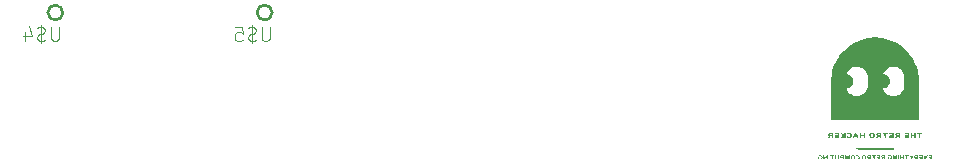
<source format=gbr>
%TF.GenerationSoftware,KiCad,Pcbnew,(6.0.5)*%
%TF.CreationDate,2022-11-15T11:28:17-03:00*%
%TF.ProjectId,MSX OPL4 Wozblaster,4d535820-4f50-44c3-9420-576f7a626c61,rev?*%
%TF.SameCoordinates,Original*%
%TF.FileFunction,Legend,Bot*%
%TF.FilePolarity,Positive*%
%FSLAX46Y46*%
G04 Gerber Fmt 4.6, Leading zero omitted, Abs format (unit mm)*
G04 Created by KiCad (PCBNEW (6.0.5)) date 2022-11-15 11:28:17*
%MOMM*%
%LPD*%
G01*
G04 APERTURE LIST*
%ADD10C,0.101600*%
%ADD11C,0.254000*%
G04 APERTURE END LIST*
D10*
%TO.C,U$4*%
X121455769Y-74145961D02*
X121455769Y-75091809D01*
X121400131Y-75203085D01*
X121344493Y-75258723D01*
X121233217Y-75314361D01*
X121010664Y-75314361D01*
X120899388Y-75258723D01*
X120843750Y-75203085D01*
X120788112Y-75091809D01*
X120788112Y-74145961D01*
X120287369Y-75258723D02*
X120120455Y-75314361D01*
X119842264Y-75314361D01*
X119730988Y-75258723D01*
X119675350Y-75203085D01*
X119619712Y-75091809D01*
X119619712Y-74980533D01*
X119675350Y-74869257D01*
X119730988Y-74813619D01*
X119842264Y-74757980D01*
X120064817Y-74702342D01*
X120176093Y-74646704D01*
X120231731Y-74591066D01*
X120287369Y-74479790D01*
X120287369Y-74368514D01*
X120231731Y-74257238D01*
X120176093Y-74201600D01*
X120064817Y-74145961D01*
X119786626Y-74145961D01*
X119619712Y-74201600D01*
X119953540Y-73979047D02*
X119953540Y-75481276D01*
X118618226Y-74535428D02*
X118618226Y-75314361D01*
X118896417Y-74090323D02*
X119174607Y-74924895D01*
X118451312Y-74924895D01*
%TO.C,U$5*%
X139305769Y-74145961D02*
X139305769Y-75091809D01*
X139250131Y-75203085D01*
X139194493Y-75258723D01*
X139083217Y-75314361D01*
X138860664Y-75314361D01*
X138749388Y-75258723D01*
X138693750Y-75203085D01*
X138638112Y-75091809D01*
X138638112Y-74145961D01*
X138137369Y-75258723D02*
X137970455Y-75314361D01*
X137692264Y-75314361D01*
X137580988Y-75258723D01*
X137525350Y-75203085D01*
X137469712Y-75091809D01*
X137469712Y-74980533D01*
X137525350Y-74869257D01*
X137580988Y-74813619D01*
X137692264Y-74757980D01*
X137914817Y-74702342D01*
X138026093Y-74646704D01*
X138081731Y-74591066D01*
X138137369Y-74479790D01*
X138137369Y-74368514D01*
X138081731Y-74257238D01*
X138026093Y-74201600D01*
X137914817Y-74145961D01*
X137636626Y-74145961D01*
X137469712Y-74201600D01*
X137803540Y-73979047D02*
X137803540Y-75481276D01*
X136412588Y-74145961D02*
X136968969Y-74145961D01*
X137024607Y-74702342D01*
X136968969Y-74646704D01*
X136857693Y-74591066D01*
X136579502Y-74591066D01*
X136468226Y-74646704D01*
X136412588Y-74702342D01*
X136356950Y-74813619D01*
X136356950Y-75091809D01*
X136412588Y-75203085D01*
X136468226Y-75258723D01*
X136579502Y-75314361D01*
X136857693Y-75314361D01*
X136968969Y-75258723D01*
X137024607Y-75203085D01*
%TO.C,GTRH*%
G36*
X191834050Y-85012449D02*
G01*
X191882417Y-85019404D01*
X191917838Y-85029881D01*
X191936800Y-85040569D01*
X191971005Y-85075711D01*
X191992257Y-85124483D01*
X191999561Y-85185000D01*
X191998120Y-85213039D01*
X191984537Y-85268604D01*
X191957445Y-85311592D01*
X191917838Y-85340118D01*
X191912099Y-85342468D01*
X191874583Y-85351906D01*
X191825187Y-85358116D01*
X191770464Y-85360734D01*
X191716968Y-85359400D01*
X191671250Y-85353750D01*
X191640000Y-85347500D01*
X191640000Y-85190000D01*
X191718905Y-85190000D01*
X191721953Y-85237500D01*
X191723213Y-85254178D01*
X191727293Y-85275157D01*
X191736487Y-85284657D01*
X191754412Y-85288348D01*
X191785391Y-85289433D01*
X191828141Y-85284613D01*
X191865688Y-85274041D01*
X191890721Y-85259279D01*
X191896352Y-85251657D01*
X191906254Y-85222946D01*
X191910480Y-85186083D01*
X191908511Y-85149014D01*
X191899830Y-85119682D01*
X191896188Y-85114309D01*
X191871597Y-85097684D01*
X191832924Y-85087168D01*
X191784219Y-85083174D01*
X191729534Y-85086118D01*
X191672918Y-85096416D01*
X191669490Y-85097238D01*
X191656526Y-85097627D01*
X191651098Y-85087581D01*
X191650000Y-85062334D01*
X191650019Y-85057452D01*
X191652150Y-85033729D01*
X191661039Y-85022237D01*
X191681250Y-85016250D01*
X191725697Y-85010676D01*
X191779541Y-85009409D01*
X191834050Y-85012449D01*
G37*
G36*
X189834570Y-85210169D02*
G01*
X189829309Y-85258858D01*
X189816400Y-85294247D01*
X189793755Y-85320677D01*
X189759290Y-85342484D01*
X189723283Y-85354177D01*
X189673763Y-85360223D01*
X189619986Y-85359797D01*
X189569473Y-85352984D01*
X189529748Y-85339871D01*
X189508714Y-85327668D01*
X189479342Y-85300359D01*
X189461748Y-85263721D01*
X189452973Y-85212857D01*
X189451436Y-85187198D01*
X189451949Y-85180657D01*
X189540000Y-85180657D01*
X189541041Y-85209377D01*
X189548205Y-85243229D01*
X189564176Y-85264932D01*
X189591282Y-85278948D01*
X189612137Y-85284520D01*
X189654232Y-85287463D01*
X189693880Y-85281083D01*
X189725498Y-85266616D01*
X189743504Y-85245294D01*
X189744627Y-85241981D01*
X189749073Y-85213594D01*
X189749580Y-85177691D01*
X189746413Y-85143361D01*
X189739837Y-85119695D01*
X189721878Y-85102749D01*
X189690329Y-85089484D01*
X189652528Y-85082664D01*
X189615407Y-85084263D01*
X189595570Y-85089155D01*
X189563294Y-85106965D01*
X189545473Y-85136568D01*
X189540000Y-85180657D01*
X189451949Y-85180657D01*
X189456221Y-85126181D01*
X189474600Y-85078496D01*
X189507008Y-85042770D01*
X189517787Y-85034895D01*
X189536765Y-85024156D01*
X189558706Y-85017680D01*
X189589291Y-85014095D01*
X189634196Y-85012028D01*
X189657689Y-85011569D01*
X189713210Y-85014509D01*
X189755070Y-85024833D01*
X189787389Y-85043940D01*
X189814290Y-85073233D01*
X189823632Y-85088487D01*
X189830635Y-85109985D01*
X189834081Y-85140301D01*
X189834850Y-85177691D01*
X189835000Y-85185000D01*
X189834570Y-85210169D01*
G37*
G36*
X189096615Y-85011319D02*
G01*
X189155706Y-85021032D01*
X189199138Y-85041894D01*
X189228363Y-85075267D01*
X189244833Y-85122515D01*
X189250000Y-85185000D01*
X189246831Y-85237359D01*
X189234310Y-85284142D01*
X189211052Y-85317797D01*
X189175759Y-85341048D01*
X189158551Y-85347175D01*
X189114783Y-85355735D01*
X189062464Y-85359971D01*
X189008864Y-85359453D01*
X188961250Y-85353750D01*
X188959474Y-85353389D01*
X188939902Y-85347066D01*
X188931676Y-85334559D01*
X188930000Y-85309000D01*
X188930053Y-85297541D01*
X188932271Y-85279100D01*
X188941434Y-85274078D01*
X188962500Y-85277700D01*
X188981409Y-85280667D01*
X189017797Y-85283739D01*
X189057223Y-85284950D01*
X189079106Y-85284400D01*
X189119765Y-85277489D01*
X189145483Y-85260534D01*
X189159123Y-85230864D01*
X189163550Y-85185807D01*
X189163162Y-85164161D01*
X189155860Y-85125809D01*
X189137509Y-85101487D01*
X189105499Y-85088724D01*
X189057223Y-85085049D01*
X189028735Y-85085710D01*
X188990535Y-85088346D01*
X188962500Y-85092299D01*
X188952818Y-85094381D01*
X188936836Y-85095296D01*
X188930883Y-85085760D01*
X188930000Y-85061000D01*
X188930004Y-85058811D01*
X188931960Y-85034306D01*
X188940776Y-85022409D01*
X188961250Y-85016250D01*
X188985591Y-85013230D01*
X189022862Y-85010993D01*
X189063750Y-85010219D01*
X189096615Y-85011319D01*
G37*
G36*
X188866811Y-85237690D02*
G01*
X188854609Y-85282630D01*
X188831755Y-85315405D01*
X188796660Y-85339363D01*
X188773654Y-85348879D01*
X188733976Y-85357430D01*
X188682179Y-85359992D01*
X188649557Y-85359075D01*
X188595694Y-85351104D01*
X188553961Y-85333728D01*
X188520000Y-85305483D01*
X188510437Y-85294221D01*
X188502121Y-85279339D01*
X188497471Y-85259521D01*
X188495445Y-85229747D01*
X188495000Y-85185000D01*
X188575000Y-85185000D01*
X188576353Y-85215862D01*
X188582882Y-85241935D01*
X188596666Y-85261109D01*
X188621207Y-85276911D01*
X188666666Y-85286810D01*
X188688755Y-85287538D01*
X188734599Y-85279078D01*
X188766626Y-85256463D01*
X188784158Y-85220345D01*
X188786517Y-85171379D01*
X188778076Y-85131862D01*
X188759161Y-85104386D01*
X188727357Y-85089486D01*
X188680000Y-85085000D01*
X188664620Y-85085313D01*
X188621685Y-85092038D01*
X188594093Y-85109316D01*
X188579360Y-85139515D01*
X188575000Y-85185000D01*
X188495000Y-85185000D01*
X188495241Y-85149014D01*
X188496812Y-85116248D01*
X188500768Y-85094589D01*
X188508150Y-85079018D01*
X188520000Y-85064516D01*
X188535400Y-85049687D01*
X188572749Y-85026661D01*
X188620008Y-85013920D01*
X188681522Y-85010000D01*
X188712494Y-85010909D01*
X188772667Y-85020484D01*
X188817203Y-85041472D01*
X188847403Y-85075082D01*
X188864568Y-85122521D01*
X188868816Y-85171379D01*
X188870000Y-85185000D01*
X188866811Y-85237690D01*
G37*
G36*
X187251640Y-85134669D02*
G01*
X187252077Y-85148692D01*
X187254903Y-85202622D01*
X187260403Y-85240138D01*
X187270433Y-85264186D01*
X187286846Y-85277714D01*
X187311497Y-85283669D01*
X187346241Y-85285000D01*
X187348237Y-85284996D01*
X187383347Y-85282897D01*
X187408267Y-85274997D01*
X187424696Y-85258473D01*
X187434330Y-85230497D01*
X187438866Y-85188245D01*
X187440000Y-85128892D01*
X187440000Y-85020000D01*
X187521550Y-85020000D01*
X187518275Y-85153982D01*
X187517811Y-85171592D01*
X187515324Y-85228169D01*
X187510743Y-85269117D01*
X187502743Y-85297903D01*
X187490002Y-85317996D01*
X187471196Y-85332863D01*
X187445000Y-85345974D01*
X187417018Y-85353752D01*
X187373299Y-85358476D01*
X187324797Y-85358682D01*
X187279375Y-85354386D01*
X187244898Y-85345601D01*
X187227168Y-85337061D01*
X187203527Y-85318921D01*
X187187153Y-85293542D01*
X187176887Y-85257776D01*
X187171568Y-85208478D01*
X187170038Y-85142500D01*
X187170000Y-85020000D01*
X187248279Y-85020000D01*
X187251640Y-85134669D01*
G37*
G36*
X185954050Y-85012449D02*
G01*
X186002417Y-85019404D01*
X186037838Y-85029881D01*
X186056800Y-85040569D01*
X186091005Y-85075711D01*
X186112257Y-85124483D01*
X186119561Y-85185000D01*
X186118120Y-85213039D01*
X186104537Y-85268604D01*
X186077445Y-85311592D01*
X186037838Y-85340118D01*
X186032099Y-85342468D01*
X185994583Y-85351906D01*
X185945187Y-85358116D01*
X185890464Y-85360734D01*
X185836968Y-85359400D01*
X185791250Y-85353750D01*
X185760000Y-85347500D01*
X185760000Y-85190000D01*
X185838905Y-85190000D01*
X185841953Y-85237500D01*
X185843213Y-85254178D01*
X185847293Y-85275157D01*
X185856487Y-85284657D01*
X185874412Y-85288348D01*
X185905391Y-85289433D01*
X185948141Y-85284613D01*
X185985688Y-85274041D01*
X186010721Y-85259279D01*
X186016352Y-85251657D01*
X186026254Y-85222946D01*
X186030480Y-85186083D01*
X186028511Y-85149014D01*
X186019830Y-85119682D01*
X186016188Y-85114309D01*
X185991597Y-85097684D01*
X185952924Y-85087168D01*
X185904219Y-85083174D01*
X185849534Y-85086118D01*
X185792918Y-85096416D01*
X185789490Y-85097238D01*
X185776526Y-85097627D01*
X185771098Y-85087581D01*
X185770000Y-85062334D01*
X185770019Y-85057452D01*
X185772150Y-85033729D01*
X185781039Y-85022237D01*
X185801250Y-85016250D01*
X185845697Y-85010676D01*
X185899541Y-85009409D01*
X185954050Y-85012449D01*
G37*
G36*
X195400000Y-85350000D02*
G01*
X195090000Y-85350000D01*
X195090000Y-85280655D01*
X195202500Y-85277827D01*
X195315000Y-85275000D01*
X195315000Y-85249568D01*
X195314089Y-85237722D01*
X195308783Y-85230297D01*
X195295183Y-85226048D01*
X195269388Y-85223733D01*
X195227500Y-85222110D01*
X195140000Y-85219221D01*
X195140000Y-85150778D01*
X195227500Y-85147889D01*
X195229011Y-85147839D01*
X195270365Y-85146213D01*
X195295742Y-85143859D01*
X195309041Y-85139534D01*
X195314160Y-85131995D01*
X195315000Y-85120000D01*
X195315000Y-85095000D01*
X195090000Y-85089344D01*
X195090000Y-85020000D01*
X195400000Y-85020000D01*
X195400000Y-85350000D01*
G37*
G36*
X194780513Y-85144344D02*
G01*
X194786232Y-85157527D01*
X194805680Y-85200736D01*
X194822258Y-85235163D01*
X194834362Y-85257581D01*
X194840387Y-85264761D01*
X194841015Y-85264125D01*
X194848537Y-85250855D01*
X194861973Y-85223452D01*
X194879631Y-85185459D01*
X194899817Y-85140416D01*
X194952892Y-85020000D01*
X194991446Y-85020000D01*
X194999096Y-85020149D01*
X195021192Y-85022729D01*
X195030151Y-85027500D01*
X195027494Y-85035376D01*
X195017654Y-85059011D01*
X195001840Y-85095143D01*
X194981412Y-85140672D01*
X194957730Y-85192500D01*
X194885159Y-85350000D01*
X194793541Y-85350000D01*
X194721771Y-85194703D01*
X194703163Y-85154107D01*
X194681977Y-85106958D01*
X194665133Y-85068390D01*
X194654014Y-85041580D01*
X194650000Y-85029703D01*
X194650766Y-85027779D01*
X194664010Y-85022230D01*
X194688498Y-85020000D01*
X194726995Y-85020000D01*
X194780513Y-85144344D01*
G37*
G36*
X194590000Y-85350000D02*
G01*
X194270000Y-85350000D01*
X194270000Y-85280655D01*
X194382500Y-85277827D01*
X194495000Y-85275000D01*
X194495000Y-85249568D01*
X194494089Y-85237722D01*
X194488783Y-85230297D01*
X194475183Y-85226048D01*
X194449388Y-85223733D01*
X194407500Y-85222110D01*
X194320000Y-85219221D01*
X194320000Y-85150778D01*
X194407500Y-85147889D01*
X194409011Y-85147839D01*
X194450365Y-85146213D01*
X194475742Y-85143859D01*
X194489041Y-85139534D01*
X194494160Y-85131995D01*
X194495000Y-85120000D01*
X194495000Y-85095000D01*
X194270000Y-85089344D01*
X194270000Y-85020000D01*
X194590000Y-85020000D01*
X194590000Y-85350000D01*
G37*
G36*
X194210000Y-85186166D02*
G01*
X194210000Y-85350000D01*
X194120000Y-85350000D01*
X194120000Y-85240000D01*
X194069876Y-85240000D01*
X194057608Y-85240046D01*
X194034673Y-85241823D01*
X194018806Y-85249027D01*
X194004080Y-85265479D01*
X193984569Y-85295000D01*
X193982472Y-85298272D01*
X193963104Y-85326771D01*
X193948069Y-85342284D01*
X193932041Y-85348723D01*
X193909693Y-85350000D01*
X193907200Y-85349989D01*
X193881623Y-85347216D01*
X193871483Y-85337707D01*
X193876152Y-85318805D01*
X193895000Y-85287851D01*
X193911939Y-85261740D01*
X193918219Y-85244815D01*
X193913737Y-85231052D01*
X193898842Y-85213767D01*
X193884037Y-85189391D01*
X193873603Y-85150311D01*
X193872349Y-85121520D01*
X193959634Y-85121520D01*
X193965762Y-85144261D01*
X193985651Y-85160247D01*
X194012078Y-85166140D01*
X194047766Y-85168901D01*
X194082713Y-85168060D01*
X194107500Y-85163377D01*
X194110066Y-85161898D01*
X194118307Y-85145981D01*
X194119819Y-85122114D01*
X194114984Y-85099182D01*
X194104183Y-85086069D01*
X194100822Y-85084941D01*
X194072771Y-85080743D01*
X194037082Y-85080455D01*
X194002893Y-85083762D01*
X193979343Y-85090351D01*
X193967950Y-85099574D01*
X193959634Y-85121520D01*
X193872349Y-85121520D01*
X193871759Y-85107982D01*
X193879641Y-85070867D01*
X193891659Y-85050062D01*
X193914379Y-85031132D01*
X193948412Y-85018784D01*
X193996531Y-85012095D01*
X194061512Y-85010136D01*
X194111483Y-85009885D01*
X194151387Y-85010561D01*
X194178856Y-85014873D01*
X194196187Y-85025540D01*
X194205672Y-85045283D01*
X194209606Y-85076822D01*
X194210273Y-85122114D01*
X194210284Y-85122876D01*
X194210000Y-85186166D01*
G37*
G36*
X193533640Y-85020240D02*
G01*
X193550791Y-85023266D01*
X193564833Y-85032678D01*
X193580238Y-85052062D01*
X193601480Y-85085000D01*
X193605702Y-85091678D01*
X193625394Y-85121306D01*
X193640817Y-85142133D01*
X193648933Y-85150000D01*
X193649770Y-85149694D01*
X193659388Y-85138975D01*
X193675571Y-85116017D01*
X193695316Y-85085023D01*
X193709743Y-85061676D01*
X193726145Y-85038055D01*
X193739866Y-85025644D01*
X193755464Y-85020835D01*
X193777500Y-85020023D01*
X193788535Y-85020379D01*
X193811077Y-85024131D01*
X193820000Y-85030700D01*
X193815727Y-85040636D01*
X193801956Y-85063963D01*
X193780937Y-85096537D01*
X193755000Y-85134631D01*
X193737223Y-85160262D01*
X193714878Y-85193943D01*
X193700988Y-85218892D01*
X193693547Y-85239868D01*
X193690553Y-85261628D01*
X193690000Y-85288930D01*
X193690000Y-85350000D01*
X193610000Y-85350000D01*
X193610000Y-85292423D01*
X193609871Y-85278833D01*
X193608086Y-85255670D01*
X193602650Y-85234597D01*
X193591619Y-85210986D01*
X193573050Y-85180211D01*
X193545000Y-85137646D01*
X193520813Y-85100738D01*
X193499626Y-85066873D01*
X193485279Y-85042139D01*
X193480000Y-85030222D01*
X193481086Y-85027870D01*
X193495182Y-85022248D01*
X193520363Y-85020000D01*
X193533640Y-85020240D01*
G37*
G36*
X193430000Y-85089045D02*
G01*
X193367500Y-85092022D01*
X193305000Y-85095000D01*
X193302202Y-85222500D01*
X193299403Y-85350000D01*
X193210598Y-85350000D01*
X193205000Y-85095000D01*
X193142500Y-85092022D01*
X193080000Y-85089045D01*
X193080000Y-85020000D01*
X193430000Y-85020000D01*
X193430000Y-85089045D01*
G37*
G36*
X192765000Y-85145000D02*
G01*
X192935000Y-85145000D01*
X192937978Y-85082500D01*
X192940955Y-85020000D01*
X193020000Y-85020000D01*
X193020000Y-85350000D01*
X192940955Y-85350000D01*
X192937978Y-85287500D01*
X192935000Y-85225000D01*
X192765000Y-85225000D01*
X192759046Y-85350000D01*
X192670000Y-85350000D01*
X192670000Y-85020000D01*
X192759046Y-85020000D01*
X192765000Y-85145000D01*
G37*
G36*
X192590000Y-85350000D02*
G01*
X192500000Y-85350000D01*
X192500000Y-85020000D01*
X192590000Y-85020000D01*
X192590000Y-85350000D01*
G37*
G36*
X192160000Y-85120000D02*
G01*
X192160325Y-85149060D01*
X192161855Y-85185647D01*
X192164352Y-85210701D01*
X192167500Y-85219990D01*
X192167998Y-85219854D01*
X192178099Y-85210583D01*
X192197523Y-85188863D01*
X192223693Y-85157672D01*
X192254033Y-85119990D01*
X192258883Y-85113854D01*
X192290227Y-85074578D01*
X192312721Y-85048146D01*
X192329482Y-85032016D01*
X192343627Y-85023645D01*
X192358272Y-85020487D01*
X192376533Y-85020000D01*
X192420000Y-85020000D01*
X192420000Y-85350000D01*
X192340000Y-85350000D01*
X192340000Y-85250000D01*
X192339605Y-85220935D01*
X192337742Y-85184348D01*
X192334699Y-85159292D01*
X192330864Y-85150000D01*
X192330364Y-85150104D01*
X192319824Y-85159170D01*
X192300053Y-85180761D01*
X192273687Y-85211879D01*
X192243364Y-85249522D01*
X192165000Y-85349045D01*
X192117500Y-85349522D01*
X192070000Y-85350000D01*
X192070000Y-85020000D01*
X192160000Y-85020000D01*
X192160000Y-85120000D01*
G37*
G36*
X191430000Y-85350000D02*
G01*
X191351046Y-85350000D01*
X191348023Y-85297500D01*
X191345901Y-85269085D01*
X191341293Y-85251972D01*
X191330879Y-85244647D01*
X191311117Y-85241763D01*
X191284665Y-85240528D01*
X191253668Y-85246511D01*
X191229779Y-85265097D01*
X191206924Y-85299662D01*
X191190254Y-85327957D01*
X191176650Y-85343053D01*
X191160092Y-85348975D01*
X191134424Y-85350000D01*
X191121517Y-85349723D01*
X191098938Y-85347441D01*
X191090000Y-85343605D01*
X191092964Y-85336047D01*
X191104027Y-85315433D01*
X191120472Y-85287689D01*
X191150943Y-85238167D01*
X191125472Y-85214561D01*
X191120976Y-85210236D01*
X191107741Y-85192585D01*
X191101540Y-85169922D01*
X191100000Y-85134820D01*
X191100097Y-85127700D01*
X191182231Y-85127700D01*
X191191722Y-85149946D01*
X191212391Y-85163668D01*
X191221863Y-85165806D01*
X191255288Y-85169430D01*
X191290602Y-85169120D01*
X191320580Y-85165201D01*
X191338000Y-85158000D01*
X191339264Y-85156667D01*
X191349237Y-85133627D01*
X191346028Y-85108387D01*
X191330658Y-85090351D01*
X191320906Y-85086466D01*
X191289643Y-85081172D01*
X191252707Y-85080698D01*
X191218503Y-85084853D01*
X191195437Y-85093444D01*
X191185797Y-85104704D01*
X191182231Y-85127700D01*
X191100097Y-85127700D01*
X191100188Y-85121068D01*
X191104522Y-85080403D01*
X191116435Y-85050752D01*
X191138366Y-85030501D01*
X191172758Y-85018035D01*
X191222051Y-85011739D01*
X191288686Y-85010000D01*
X191325363Y-85010334D01*
X191366874Y-85011600D01*
X191398099Y-85013590D01*
X191414183Y-85016069D01*
X191419588Y-85020095D01*
X191424038Y-85030253D01*
X191427041Y-85049104D01*
X191428860Y-85079473D01*
X191429759Y-85124186D01*
X191429796Y-85133627D01*
X191430000Y-85186069D01*
X191430000Y-85350000D01*
G37*
G36*
X191020000Y-85350000D02*
G01*
X190700000Y-85350000D01*
X190700000Y-85280655D01*
X190812500Y-85277827D01*
X190925000Y-85275000D01*
X190925000Y-85249568D01*
X190924089Y-85237722D01*
X190918783Y-85230297D01*
X190905183Y-85226048D01*
X190879388Y-85223733D01*
X190837500Y-85222110D01*
X190750000Y-85219221D01*
X190750000Y-85150778D01*
X190837500Y-85147889D01*
X190839011Y-85147839D01*
X190880365Y-85146213D01*
X190905742Y-85143859D01*
X190919041Y-85139534D01*
X190924160Y-85131995D01*
X190925000Y-85120000D01*
X190925000Y-85095000D01*
X190700000Y-85089344D01*
X190700000Y-85020000D01*
X191020000Y-85020000D01*
X191020000Y-85350000D01*
G37*
G36*
X190650000Y-85089045D02*
G01*
X190587500Y-85092022D01*
X190525000Y-85095000D01*
X190522202Y-85222500D01*
X190519403Y-85350000D01*
X190430598Y-85350000D01*
X190425000Y-85095000D01*
X190362500Y-85092022D01*
X190300000Y-85089045D01*
X190300000Y-85020000D01*
X190650000Y-85020000D01*
X190650000Y-85089045D01*
G37*
G36*
X190240000Y-85350000D02*
G01*
X190161046Y-85350000D01*
X190158023Y-85297500D01*
X190155901Y-85269085D01*
X190151293Y-85251972D01*
X190140879Y-85244647D01*
X190121117Y-85241763D01*
X190094665Y-85240528D01*
X190063668Y-85246511D01*
X190039779Y-85265097D01*
X190016924Y-85299662D01*
X190000254Y-85327957D01*
X189986650Y-85343053D01*
X189970092Y-85348975D01*
X189944424Y-85350000D01*
X189931517Y-85349723D01*
X189908938Y-85347441D01*
X189900000Y-85343605D01*
X189902964Y-85336047D01*
X189914027Y-85315433D01*
X189930472Y-85287689D01*
X189960943Y-85238167D01*
X189935472Y-85214561D01*
X189930976Y-85210236D01*
X189917741Y-85192585D01*
X189911540Y-85169922D01*
X189910000Y-85134820D01*
X189910097Y-85127700D01*
X189992231Y-85127700D01*
X190001722Y-85149946D01*
X190022391Y-85163668D01*
X190031863Y-85165806D01*
X190065288Y-85169430D01*
X190100602Y-85169120D01*
X190130580Y-85165201D01*
X190148000Y-85158000D01*
X190149264Y-85156667D01*
X190159237Y-85133627D01*
X190156028Y-85108387D01*
X190140658Y-85090351D01*
X190130906Y-85086466D01*
X190099643Y-85081172D01*
X190062707Y-85080698D01*
X190028503Y-85084853D01*
X190005437Y-85093444D01*
X189995797Y-85104704D01*
X189992231Y-85127700D01*
X189910097Y-85127700D01*
X189910188Y-85121068D01*
X189914522Y-85080403D01*
X189926435Y-85050752D01*
X189948366Y-85030501D01*
X189982758Y-85018035D01*
X190032051Y-85011739D01*
X190098686Y-85010000D01*
X190135363Y-85010334D01*
X190176874Y-85011600D01*
X190208099Y-85013590D01*
X190224183Y-85016069D01*
X190229588Y-85020095D01*
X190234038Y-85030253D01*
X190237041Y-85049104D01*
X190238860Y-85079473D01*
X190239759Y-85124186D01*
X190239796Y-85133627D01*
X190240000Y-85186069D01*
X190240000Y-85350000D01*
G37*
G36*
X188410000Y-85350000D02*
G01*
X188330000Y-85350000D01*
X188330000Y-85255000D01*
X188329744Y-85230415D01*
X188328251Y-85194246D01*
X188325722Y-85169420D01*
X188322500Y-85160266D01*
X188321923Y-85160409D01*
X188311730Y-85169875D01*
X188294117Y-85191205D01*
X188272525Y-85220266D01*
X188264810Y-85230940D01*
X188237599Y-85263609D01*
X188214800Y-85278669D01*
X188193071Y-85276050D01*
X188169074Y-85255683D01*
X188139469Y-85217500D01*
X188095000Y-85155000D01*
X188089276Y-85350000D01*
X188000000Y-85350000D01*
X188000000Y-85020000D01*
X188095000Y-85020450D01*
X188147556Y-85100225D01*
X188161239Y-85120558D01*
X188183102Y-85151130D01*
X188199895Y-85172169D01*
X188208795Y-85180000D01*
X188212775Y-85177325D01*
X188226529Y-85161436D01*
X188246542Y-85134435D01*
X188270000Y-85100000D01*
X188279475Y-85085587D01*
X188301142Y-85053647D01*
X188316896Y-85034242D01*
X188330495Y-85024247D01*
X188345698Y-85020541D01*
X188366261Y-85020000D01*
X188410000Y-85020000D01*
X188410000Y-85350000D01*
G37*
G36*
X187840000Y-85350000D02*
G01*
X187840000Y-85260000D01*
X187755471Y-85260000D01*
X187743996Y-85259900D01*
X187702413Y-85257956D01*
X187667698Y-85254040D01*
X187646412Y-85248823D01*
X187625761Y-85234486D01*
X187603903Y-85202287D01*
X187592187Y-85161471D01*
X187591611Y-85135599D01*
X187680000Y-85135599D01*
X187680609Y-85149740D01*
X187687513Y-85169097D01*
X187705651Y-85180247D01*
X187732078Y-85186140D01*
X187767766Y-85188901D01*
X187802713Y-85188060D01*
X187827500Y-85183377D01*
X187830053Y-85181574D01*
X187837247Y-85164404D01*
X187840000Y-85135236D01*
X187839904Y-85126983D01*
X187836537Y-85102056D01*
X187825376Y-85087859D01*
X187802383Y-85081479D01*
X187763525Y-85080000D01*
X187732077Y-85081522D01*
X187701278Y-85089923D01*
X187684853Y-85107327D01*
X187680000Y-85135599D01*
X187591611Y-85135599D01*
X187591208Y-85117466D01*
X187601555Y-85075703D01*
X187623823Y-85041609D01*
X187626740Y-85038727D01*
X187639830Y-85027684D01*
X187654781Y-85020475D01*
X187676128Y-85016072D01*
X187708403Y-85013444D01*
X187756142Y-85011562D01*
X187787092Y-85010857D01*
X187833225Y-85010874D01*
X187871532Y-85012136D01*
X187895937Y-85014515D01*
X187930000Y-85020906D01*
X187930000Y-85350000D01*
X187840000Y-85350000D01*
G37*
G36*
X187110000Y-85089045D02*
G01*
X187047500Y-85092022D01*
X186985000Y-85095000D01*
X186982202Y-85222500D01*
X186979403Y-85350000D01*
X186890598Y-85350000D01*
X186885000Y-85095000D01*
X186822500Y-85092022D01*
X186760000Y-85089045D01*
X186760000Y-85020000D01*
X187110000Y-85020000D01*
X187110000Y-85089045D01*
G37*
G36*
X186700000Y-85350000D02*
G01*
X186620000Y-85350000D01*
X186620000Y-85020000D01*
X186700000Y-85020000D01*
X186700000Y-85350000D01*
G37*
G36*
X186280000Y-85120000D02*
G01*
X186280327Y-85149104D01*
X186281857Y-85185564D01*
X186284354Y-85210439D01*
X186287500Y-85219522D01*
X186287936Y-85219392D01*
X186297881Y-85210126D01*
X186317157Y-85188387D01*
X186343179Y-85157182D01*
X186373364Y-85119522D01*
X186378574Y-85112907D01*
X186409594Y-85073886D01*
X186431838Y-85047681D01*
X186448445Y-85031743D01*
X186462558Y-85023517D01*
X186477317Y-85020454D01*
X186495864Y-85020000D01*
X186540000Y-85020000D01*
X186540000Y-85350000D01*
X186460000Y-85350000D01*
X186460000Y-85255590D01*
X186459713Y-85232214D01*
X186457871Y-85194478D01*
X186454702Y-85167300D01*
X186450647Y-85155399D01*
X186449857Y-85155234D01*
X186438646Y-85162749D01*
X186418208Y-85182842D01*
X186391169Y-85212775D01*
X186360155Y-85249809D01*
X186352958Y-85258694D01*
X186321589Y-85297020D01*
X186299055Y-85322766D01*
X186282219Y-85338435D01*
X186267942Y-85346528D01*
X186253084Y-85349549D01*
X186234509Y-85350000D01*
X186190000Y-85350000D01*
X186190000Y-85020000D01*
X186280000Y-85020000D01*
X186280000Y-85120000D01*
G37*
G36*
X190828382Y-84400008D02*
G01*
X191010602Y-84400036D01*
X191174985Y-84400095D01*
X191322457Y-84400196D01*
X191453944Y-84400350D01*
X191570373Y-84400570D01*
X191672670Y-84400866D01*
X191761761Y-84401249D01*
X191838572Y-84401731D01*
X191904029Y-84402323D01*
X191959060Y-84403037D01*
X192004590Y-84403884D01*
X192041545Y-84404874D01*
X192070851Y-84406020D01*
X192093436Y-84407333D01*
X192110224Y-84408823D01*
X192122143Y-84410503D01*
X192130119Y-84412384D01*
X192135078Y-84414476D01*
X192137945Y-84416792D01*
X192139649Y-84419342D01*
X192145102Y-84431162D01*
X192149235Y-84459616D01*
X192140248Y-84494349D01*
X192130496Y-84520000D01*
X190562248Y-84520000D01*
X190367039Y-84519973D01*
X190166393Y-84519876D01*
X189984371Y-84519702D01*
X189820246Y-84519447D01*
X189673291Y-84519105D01*
X189542779Y-84518670D01*
X189427982Y-84518136D01*
X189328173Y-84517499D01*
X189242624Y-84516752D01*
X189170610Y-84515891D01*
X189111401Y-84514909D01*
X189064272Y-84513801D01*
X189028494Y-84512561D01*
X189003341Y-84511185D01*
X188988086Y-84509666D01*
X188982000Y-84507999D01*
X188976994Y-84499953D01*
X188971088Y-84474402D01*
X188970584Y-84443300D01*
X188976070Y-84415817D01*
X188976953Y-84414589D01*
X188980763Y-84412603D01*
X188988240Y-84410804D01*
X189000293Y-84409182D01*
X189017827Y-84407730D01*
X189041751Y-84406436D01*
X189072973Y-84405294D01*
X189112398Y-84404293D01*
X189160935Y-84403424D01*
X189219491Y-84402678D01*
X189288974Y-84402046D01*
X189370290Y-84401520D01*
X189464347Y-84401089D01*
X189572053Y-84400746D01*
X189694315Y-84400480D01*
X189832040Y-84400283D01*
X189986135Y-84400145D01*
X190157509Y-84400058D01*
X190347067Y-84400013D01*
X190555719Y-84400000D01*
X190627398Y-84400000D01*
X190828382Y-84400008D01*
G37*
G36*
X190530292Y-83393444D02*
G01*
X190508541Y-83443077D01*
X190473299Y-83479852D01*
X190423628Y-83505351D01*
X190399391Y-83511610D01*
X190352667Y-83517437D01*
X190299814Y-83519142D01*
X190248854Y-83516569D01*
X190207811Y-83509559D01*
X190203877Y-83508404D01*
X190158428Y-83486357D01*
X190119424Y-83452746D01*
X190093641Y-83413288D01*
X190087075Y-83388794D01*
X190081960Y-83351051D01*
X190080000Y-83310000D01*
X190080072Y-83307970D01*
X190190137Y-83307970D01*
X190190382Y-83321277D01*
X190195372Y-83361350D01*
X190208208Y-83387885D01*
X190230775Y-83405400D01*
X190239346Y-83409233D01*
X190275586Y-83417668D01*
X190317187Y-83419032D01*
X190357940Y-83413956D01*
X190391636Y-83403069D01*
X190412065Y-83387001D01*
X190415747Y-83373084D01*
X190418670Y-83344762D01*
X190419847Y-83309049D01*
X190419565Y-83291155D01*
X190414139Y-83250636D01*
X190399567Y-83224686D01*
X190372920Y-83209778D01*
X190331268Y-83202381D01*
X190301915Y-83200888D01*
X190252254Y-83207446D01*
X190217341Y-83227277D01*
X190196770Y-83260684D01*
X190190137Y-83307970D01*
X190080072Y-83307970D01*
X190081354Y-83271601D01*
X190090295Y-83219989D01*
X190108967Y-83180049D01*
X190138951Y-83147417D01*
X190142658Y-83144377D01*
X190185456Y-83119066D01*
X190238505Y-83104659D01*
X190305685Y-83100055D01*
X190362301Y-83103162D01*
X190427428Y-83118130D01*
X190477337Y-83145824D01*
X190512448Y-83186618D01*
X190533178Y-83240882D01*
X190539945Y-83308992D01*
X190539944Y-83309049D01*
X190539491Y-83329367D01*
X190530292Y-83393444D01*
G37*
G36*
X188427181Y-83104277D02*
G01*
X188457046Y-83109069D01*
X188460571Y-83110071D01*
X188509202Y-83132422D01*
X188549776Y-83166254D01*
X188576360Y-83206711D01*
X188583074Y-83232188D01*
X188588085Y-83270175D01*
X188590000Y-83311521D01*
X188588729Y-83345715D01*
X188577381Y-83405866D01*
X188553240Y-83452147D01*
X188515055Y-83486501D01*
X188461574Y-83510872D01*
X188441596Y-83514098D01*
X188406511Y-83515952D01*
X188362879Y-83516273D01*
X188316407Y-83515198D01*
X188272800Y-83512865D01*
X188237764Y-83509412D01*
X188217004Y-83504975D01*
X188207208Y-83497991D01*
X188201773Y-83481591D01*
X188202004Y-83451239D01*
X188202583Y-83439839D01*
X188203734Y-83423416D01*
X188207802Y-83413314D01*
X188218195Y-83408531D01*
X188238321Y-83408060D01*
X188271589Y-83410897D01*
X188321407Y-83416038D01*
X188354387Y-83418719D01*
X188402785Y-83418170D01*
X188436004Y-83408837D01*
X188456585Y-83388906D01*
X188467070Y-83356565D01*
X188470000Y-83310000D01*
X188469820Y-83294042D01*
X188466061Y-83254043D01*
X188455496Y-83228426D01*
X188435592Y-83213135D01*
X188403814Y-83204117D01*
X188391367Y-83202418D01*
X188346940Y-83201726D01*
X188291775Y-83206431D01*
X188231973Y-83216105D01*
X188200000Y-83222500D01*
X188200000Y-83177474D01*
X188200114Y-83170934D01*
X188204610Y-83139126D01*
X188214451Y-83120455D01*
X188225861Y-83115273D01*
X188255232Y-83109250D01*
X188295398Y-83104887D01*
X188341009Y-83102437D01*
X188386719Y-83102150D01*
X188427181Y-83104277D01*
G37*
G36*
X194550000Y-83210000D02*
G01*
X194400000Y-83210000D01*
X194400000Y-83510000D01*
X194290000Y-83510000D01*
X194290000Y-83210000D01*
X194140000Y-83210000D01*
X194140000Y-83110000D01*
X194550000Y-83110000D01*
X194550000Y-83210000D01*
G37*
G36*
X193697939Y-83187500D02*
G01*
X193700877Y-83260000D01*
X193889124Y-83260000D01*
X193895000Y-83115000D01*
X194005000Y-83115000D01*
X194007735Y-83299678D01*
X194008332Y-83356499D01*
X194008400Y-83409730D01*
X194007933Y-83453193D01*
X194006970Y-83483479D01*
X194005548Y-83497178D01*
X194002885Y-83500670D01*
X193982763Y-83507608D01*
X193945314Y-83510000D01*
X193890000Y-83510000D01*
X193890000Y-83360000D01*
X193700000Y-83360000D01*
X193700000Y-83510998D01*
X193585000Y-83505000D01*
X193585000Y-83115000D01*
X193695000Y-83115000D01*
X193697939Y-83187500D01*
G37*
G36*
X193437735Y-83299678D02*
G01*
X193438328Y-83356479D01*
X193438384Y-83409752D01*
X193437899Y-83453273D01*
X193436912Y-83483627D01*
X193435463Y-83497399D01*
X193432664Y-83500515D01*
X193420973Y-83504344D01*
X193398413Y-83506858D01*
X193362704Y-83508177D01*
X193311569Y-83508424D01*
X193242729Y-83507721D01*
X193055000Y-83505000D01*
X193055000Y-83415000D01*
X193187500Y-83412209D01*
X193320000Y-83409419D01*
X193320000Y-83360000D01*
X193108905Y-83360000D01*
X193111953Y-83312500D01*
X193115000Y-83265000D01*
X193217500Y-83262150D01*
X193241582Y-83261458D01*
X193279424Y-83259902D01*
X193302582Y-83257430D01*
X193314662Y-83253083D01*
X193319266Y-83245905D01*
X193320000Y-83234940D01*
X193320000Y-83210580D01*
X193055000Y-83205000D01*
X193055000Y-83115000D01*
X193435000Y-83115000D01*
X193437735Y-83299678D01*
G37*
G36*
X192575000Y-83505000D02*
G01*
X192569002Y-83390000D01*
X192465000Y-83390174D01*
X192426400Y-83450087D01*
X192387799Y-83510000D01*
X192333900Y-83510000D01*
X192332215Y-83509997D01*
X192301077Y-83508319D01*
X192284396Y-83501645D01*
X192281567Y-83487234D01*
X192291990Y-83462343D01*
X192315062Y-83424229D01*
X192327282Y-83404638D01*
X192339296Y-83382012D01*
X192341364Y-83369544D01*
X192334692Y-83363497D01*
X192321066Y-83353739D01*
X192303719Y-83326261D01*
X192291440Y-83287969D01*
X192286429Y-83244294D01*
X192287187Y-83236372D01*
X192400764Y-83236372D01*
X192403973Y-83261612D01*
X192419343Y-83279648D01*
X192435964Y-83284470D01*
X192467188Y-83288465D01*
X192504343Y-83290000D01*
X192570000Y-83290000D01*
X192570000Y-83200000D01*
X192497000Y-83200000D01*
X192460612Y-83201258D01*
X192428667Y-83205466D01*
X192412000Y-83212000D01*
X192410737Y-83213332D01*
X192400764Y-83236372D01*
X192287187Y-83236372D01*
X192290865Y-83197947D01*
X192306974Y-83160245D01*
X192335956Y-83132092D01*
X192378984Y-83112972D01*
X192437235Y-83102368D01*
X192511883Y-83099762D01*
X192604103Y-83104640D01*
X192690000Y-83111795D01*
X192690000Y-83510998D01*
X192575000Y-83505000D01*
G37*
G36*
X192137735Y-83299678D02*
G01*
X192138328Y-83356479D01*
X192138384Y-83409752D01*
X192137899Y-83453273D01*
X192136912Y-83483627D01*
X192135463Y-83497399D01*
X192132664Y-83500515D01*
X192120973Y-83504344D01*
X192098413Y-83506858D01*
X192062704Y-83508177D01*
X192011569Y-83508424D01*
X191942729Y-83507721D01*
X191755000Y-83505000D01*
X191755000Y-83415000D01*
X191887500Y-83412209D01*
X192020000Y-83409419D01*
X192020000Y-83360000D01*
X191808905Y-83360000D01*
X191811953Y-83312500D01*
X191815000Y-83265000D01*
X191917500Y-83262150D01*
X191941582Y-83261458D01*
X191979424Y-83259902D01*
X192002582Y-83257430D01*
X192014662Y-83253083D01*
X192019266Y-83245905D01*
X192020000Y-83234940D01*
X192020000Y-83210580D01*
X191755000Y-83205000D01*
X191755000Y-83115000D01*
X192135000Y-83115000D01*
X192137735Y-83299678D01*
G37*
G36*
X191631096Y-83210000D02*
G01*
X191480000Y-83210000D01*
X191480000Y-83510998D01*
X191365000Y-83505000D01*
X191359466Y-83210000D01*
X191208905Y-83210000D01*
X191211953Y-83162500D01*
X191215000Y-83115000D01*
X191625000Y-83115000D01*
X191631096Y-83210000D01*
G37*
G36*
X190970000Y-83510000D02*
G01*
X190970000Y-83390000D01*
X190855000Y-83390904D01*
X190780636Y-83510000D01*
X190725318Y-83510000D01*
X190724833Y-83509999D01*
X190692880Y-83508767D01*
X190675623Y-83503119D01*
X190672275Y-83490077D01*
X190682049Y-83466662D01*
X190704159Y-83429898D01*
X190738317Y-83375723D01*
X190709159Y-83342513D01*
X190697170Y-83327846D01*
X190686113Y-83307671D01*
X190681149Y-83282723D01*
X190680000Y-83245419D01*
X190680095Y-83237523D01*
X190791098Y-83237523D01*
X190793502Y-83261633D01*
X190809343Y-83279648D01*
X190826132Y-83284495D01*
X190857428Y-83288473D01*
X190894657Y-83290000D01*
X190912155Y-83289833D01*
X190945035Y-83286984D01*
X190962959Y-83278454D01*
X190969505Y-83261492D01*
X190968246Y-83233344D01*
X190967409Y-83226715D01*
X190963633Y-83214298D01*
X190953865Y-83207427D01*
X190933439Y-83204033D01*
X190897689Y-83202047D01*
X190863014Y-83201960D01*
X190830337Y-83204748D01*
X190810189Y-83209899D01*
X190802028Y-83215937D01*
X190791098Y-83237523D01*
X190680095Y-83237523D01*
X190680229Y-83226371D01*
X190683110Y-83194542D01*
X190690910Y-83171908D01*
X190705643Y-83151059D01*
X190708084Y-83148293D01*
X190736448Y-83125330D01*
X190768143Y-83110348D01*
X190794218Y-83105448D01*
X190841050Y-83101520D01*
X190897770Y-83100314D01*
X190958794Y-83101920D01*
X191018534Y-83106424D01*
X191080000Y-83112849D01*
X191080000Y-83510000D01*
X190970000Y-83510000D01*
G37*
G36*
X189397939Y-83187500D02*
G01*
X189400877Y-83260000D01*
X189589124Y-83260000D01*
X189595000Y-83115000D01*
X189705000Y-83115000D01*
X189707735Y-83299678D01*
X189708332Y-83356499D01*
X189708400Y-83409730D01*
X189707933Y-83453193D01*
X189706970Y-83483479D01*
X189705548Y-83497178D01*
X189702885Y-83500670D01*
X189682763Y-83507608D01*
X189645314Y-83510000D01*
X189590000Y-83510000D01*
X189590000Y-83360000D01*
X189400000Y-83360000D01*
X189400000Y-83510998D01*
X189285000Y-83505000D01*
X189285000Y-83115000D01*
X189395000Y-83115000D01*
X189397939Y-83187500D01*
G37*
G36*
X189125964Y-83424002D02*
G01*
X189142149Y-83462992D01*
X189152025Y-83489578D01*
X189154414Y-83500948D01*
X189150199Y-83503808D01*
X189130368Y-83508249D01*
X189101262Y-83510000D01*
X189084930Y-83509794D01*
X189062368Y-83506595D01*
X189048851Y-83496334D01*
X189037014Y-83475000D01*
X189020324Y-83440000D01*
X188829677Y-83440000D01*
X188812772Y-83475450D01*
X188804061Y-83492504D01*
X188792905Y-83504838D01*
X188775672Y-83508872D01*
X188745433Y-83507950D01*
X188739905Y-83507606D01*
X188712215Y-83504370D01*
X188699634Y-83498325D01*
X188697904Y-83487650D01*
X188698035Y-83487023D01*
X188703796Y-83471308D01*
X188716641Y-83440919D01*
X188735205Y-83398951D01*
X188758121Y-83348497D01*
X188764681Y-83334353D01*
X188880000Y-83334353D01*
X188882058Y-83336038D01*
X188898154Y-83338877D01*
X188925000Y-83340000D01*
X188939462Y-83339753D01*
X188960545Y-83336287D01*
X188968002Y-83326010D01*
X188962890Y-83305507D01*
X188946267Y-83271367D01*
X188923438Y-83227734D01*
X188901719Y-83278220D01*
X188893039Y-83298871D01*
X188883648Y-83322751D01*
X188880000Y-83334353D01*
X188764681Y-83334353D01*
X188784023Y-83292650D01*
X188867238Y-83115000D01*
X188983260Y-83115000D01*
X189071634Y-83303448D01*
X189079381Y-83320048D01*
X189082102Y-83326010D01*
X189104649Y-83375417D01*
X189125964Y-83424002D01*
G37*
G36*
X188070000Y-83510998D02*
G01*
X187955000Y-83505000D01*
X187949124Y-83360000D01*
X187920205Y-83360000D01*
X187916182Y-83360134D01*
X187900242Y-83364264D01*
X187882817Y-83376246D01*
X187860530Y-83398888D01*
X187830000Y-83435000D01*
X187768716Y-83510000D01*
X187714358Y-83510000D01*
X187684599Y-83508918D01*
X187665579Y-83504419D01*
X187660000Y-83495569D01*
X187660562Y-83492274D01*
X187667035Y-83479329D01*
X187681760Y-83458059D01*
X187705999Y-83426811D01*
X187741013Y-83383933D01*
X187788064Y-83327770D01*
X187789490Y-83326002D01*
X187793670Y-83317000D01*
X187791600Y-83305502D01*
X187781534Y-83288386D01*
X187761721Y-83262528D01*
X187730413Y-83224806D01*
X187710534Y-83200553D01*
X187683755Y-83164843D01*
X187667640Y-83138698D01*
X187663795Y-83124536D01*
X187666122Y-83120740D01*
X187684020Y-83112602D01*
X187719375Y-83110000D01*
X187729985Y-83110033D01*
X187750306Y-83111334D01*
X187766406Y-83116645D01*
X187782543Y-83128801D01*
X187802977Y-83150641D01*
X187831966Y-83185000D01*
X187833529Y-83186871D01*
X187864832Y-83222835D01*
X187887870Y-83245247D01*
X187905815Y-83256752D01*
X187921840Y-83260000D01*
X187931144Y-83259793D01*
X187941557Y-83256709D01*
X187947324Y-83246488D01*
X187950231Y-83224846D01*
X187952062Y-83187500D01*
X187955000Y-83115000D01*
X188012500Y-83112000D01*
X188070000Y-83109001D01*
X188070000Y-83510998D01*
G37*
G36*
X187527735Y-83299678D02*
G01*
X187528328Y-83356479D01*
X187528384Y-83409752D01*
X187527899Y-83453273D01*
X187526912Y-83483627D01*
X187525463Y-83497399D01*
X187522664Y-83500515D01*
X187510973Y-83504344D01*
X187488413Y-83506858D01*
X187452704Y-83508177D01*
X187401569Y-83508424D01*
X187332729Y-83507721D01*
X187145000Y-83505000D01*
X187145000Y-83415000D01*
X187277500Y-83412209D01*
X187410000Y-83409419D01*
X187410000Y-83360000D01*
X187198905Y-83360000D01*
X187201953Y-83312500D01*
X187205000Y-83265000D01*
X187307500Y-83262150D01*
X187331582Y-83261458D01*
X187369424Y-83259902D01*
X187392582Y-83257430D01*
X187404662Y-83253083D01*
X187409266Y-83245905D01*
X187410000Y-83234940D01*
X187410000Y-83210580D01*
X187145000Y-83205000D01*
X187145000Y-83115000D01*
X187525000Y-83115000D01*
X187527735Y-83299678D01*
G37*
G36*
X187010434Y-83372191D02*
G01*
X187009854Y-83421253D01*
X187008507Y-83462006D01*
X187006348Y-83490637D01*
X187003334Y-83503333D01*
X186996778Y-83505866D01*
X186974455Y-83508840D01*
X186943334Y-83510000D01*
X186890000Y-83510000D01*
X186890000Y-83390000D01*
X186782202Y-83390000D01*
X186743601Y-83449912D01*
X186705000Y-83509825D01*
X186652500Y-83509912D01*
X186624934Y-83508771D01*
X186605640Y-83502717D01*
X186600642Y-83488966D01*
X186609216Y-83464781D01*
X186630635Y-83427425D01*
X186661269Y-83377638D01*
X186641301Y-83356319D01*
X186623320Y-83332351D01*
X186604311Y-83283232D01*
X186602054Y-83244120D01*
X186720000Y-83244120D01*
X186723487Y-83268943D01*
X186735818Y-83283930D01*
X186753189Y-83286970D01*
X186783980Y-83289163D01*
X186821393Y-83290000D01*
X186891150Y-83290000D01*
X186885000Y-83205000D01*
X186825417Y-83201938D01*
X186789580Y-83200689D01*
X186754226Y-83202405D01*
X186733028Y-83209342D01*
X186722711Y-83222810D01*
X186720000Y-83244120D01*
X186602054Y-83244120D01*
X186601169Y-83228789D01*
X186614663Y-83174265D01*
X186621517Y-83160494D01*
X186642290Y-83137418D01*
X186676640Y-83118244D01*
X186687711Y-83113537D01*
X186708504Y-83106464D01*
X186731195Y-83102209D01*
X186760298Y-83100372D01*
X186800332Y-83100551D01*
X186855811Y-83102346D01*
X186865128Y-83102717D01*
X186914149Y-83105217D01*
X186955516Y-83108206D01*
X186985115Y-83111341D01*
X186998834Y-83114278D01*
X187000278Y-83116923D01*
X187003374Y-83135744D01*
X187005967Y-83169139D01*
X187008014Y-83213296D01*
X187009470Y-83264399D01*
X187009858Y-83290000D01*
X187010292Y-83318636D01*
X187010434Y-83372191D01*
G37*
G36*
X194273820Y-78880859D02*
G01*
X194274449Y-78999205D01*
X194274973Y-79132011D01*
X194275426Y-79280386D01*
X194275846Y-79445437D01*
X194276266Y-79628272D01*
X194276723Y-79830000D01*
X194276950Y-79926857D01*
X194277379Y-80102851D01*
X194277826Y-80277356D01*
X194278286Y-80448831D01*
X194278754Y-80615733D01*
X194279226Y-80776518D01*
X194279695Y-80929645D01*
X194280159Y-81073570D01*
X194280610Y-81206752D01*
X194281046Y-81327646D01*
X194281460Y-81434711D01*
X194281848Y-81526405D01*
X194282205Y-81601183D01*
X194282526Y-81657504D01*
X194285000Y-82040009D01*
X190567064Y-82040004D01*
X186849128Y-82040000D01*
X186852620Y-80262500D01*
X186853025Y-80052443D01*
X186853430Y-79841950D01*
X186853829Y-79649577D01*
X186854254Y-79474344D01*
X186854736Y-79315271D01*
X186855307Y-79171378D01*
X186855998Y-79041685D01*
X186856842Y-78925211D01*
X186857869Y-78820978D01*
X186859112Y-78728004D01*
X186860603Y-78645309D01*
X186862372Y-78571915D01*
X186864452Y-78506839D01*
X186866874Y-78449104D01*
X186869671Y-78397727D01*
X186872873Y-78351731D01*
X186876512Y-78310133D01*
X186880621Y-78271955D01*
X186885230Y-78236216D01*
X186890372Y-78201937D01*
X186896077Y-78168136D01*
X186902379Y-78133835D01*
X186907247Y-78108695D01*
X188150000Y-78108695D01*
X188150190Y-78109404D01*
X188161550Y-78116261D01*
X188186989Y-78125035D01*
X188221649Y-78134010D01*
X188268482Y-78146483D01*
X188369287Y-78187406D01*
X188459845Y-78244093D01*
X188538658Y-78314788D01*
X188604226Y-78397732D01*
X188655050Y-78491169D01*
X188689633Y-78593340D01*
X188706474Y-78702489D01*
X188706305Y-78781565D01*
X188689722Y-78884830D01*
X188655794Y-78983187D01*
X188606023Y-79074449D01*
X188541912Y-79156432D01*
X188464963Y-79226951D01*
X188376677Y-79283821D01*
X188278558Y-79324857D01*
X188268376Y-79328013D01*
X188228738Y-79339203D01*
X188195321Y-79347044D01*
X188174484Y-79350000D01*
X188158702Y-79352776D01*
X188151493Y-79363073D01*
X188154000Y-79383247D01*
X188166537Y-79415646D01*
X188189415Y-79462623D01*
X188227425Y-79532515D01*
X188265729Y-79591867D01*
X188308258Y-79645603D01*
X188359946Y-79700609D01*
X188451423Y-79780522D01*
X188560749Y-79852831D01*
X188678207Y-79909418D01*
X188800000Y-79948147D01*
X188859110Y-79959842D01*
X188958271Y-79970974D01*
X189059153Y-79973166D01*
X189155235Y-79966380D01*
X189240000Y-79950582D01*
X189266201Y-79943290D01*
X189396133Y-79895252D01*
X189515344Y-79830768D01*
X189622869Y-79750772D01*
X189717744Y-79656201D01*
X189799004Y-79547989D01*
X189865686Y-79427072D01*
X189892686Y-79357014D01*
X191240000Y-79357014D01*
X191242543Y-79366305D01*
X191252861Y-79390744D01*
X191268992Y-79424719D01*
X191288638Y-79463699D01*
X191309500Y-79503154D01*
X191329281Y-79538553D01*
X191345682Y-79565367D01*
X191382852Y-79616968D01*
X191469254Y-79712605D01*
X191568989Y-79795967D01*
X191679238Y-79865149D01*
X191797181Y-79918246D01*
X191920000Y-79953354D01*
X191952858Y-79959580D01*
X192090206Y-79974133D01*
X192223512Y-79969197D01*
X192353385Y-79944717D01*
X192480436Y-79900634D01*
X192561729Y-79861406D01*
X192675937Y-79788740D01*
X192776568Y-79701741D01*
X192863029Y-79601137D01*
X192934725Y-79487660D01*
X192991060Y-79362038D01*
X193031441Y-79225000D01*
X193034424Y-79208304D01*
X193037506Y-79180006D01*
X193039988Y-79141582D01*
X193041915Y-79091388D01*
X193043334Y-79027778D01*
X193044290Y-78949107D01*
X193044831Y-78853729D01*
X193045000Y-78740000D01*
X193044977Y-78680708D01*
X193044775Y-78583936D01*
X193044306Y-78503893D01*
X193043495Y-78438444D01*
X193042267Y-78385458D01*
X193040547Y-78342803D01*
X193038262Y-78308345D01*
X193035336Y-78279952D01*
X193031694Y-78255492D01*
X193027263Y-78232832D01*
X193000705Y-78136410D01*
X192949940Y-78015281D01*
X192882774Y-77902878D01*
X192800751Y-77800820D01*
X192705418Y-77710725D01*
X192598318Y-77634214D01*
X192480997Y-77572906D01*
X192355000Y-77528418D01*
X192354066Y-77528163D01*
X192316908Y-77519095D01*
X192279974Y-77512808D01*
X192238213Y-77508815D01*
X192186572Y-77506628D01*
X192120000Y-77505761D01*
X192115324Y-77505741D01*
X192041809Y-77506379D01*
X191982048Y-77509639D01*
X191930184Y-77516577D01*
X191880357Y-77528248D01*
X191826709Y-77545708D01*
X191763381Y-77570011D01*
X191675408Y-77612031D01*
X191572813Y-77678558D01*
X191477605Y-77759282D01*
X191392914Y-77851133D01*
X191321871Y-77951045D01*
X191267605Y-78055949D01*
X191241917Y-78116898D01*
X191315285Y-78132819D01*
X191370115Y-78147448D01*
X191469614Y-78188994D01*
X191559970Y-78246647D01*
X191639233Y-78318491D01*
X191705450Y-78402608D01*
X191756669Y-78497084D01*
X191790941Y-78600000D01*
X191800889Y-78656143D01*
X191803827Y-78740000D01*
X191804430Y-78757222D01*
X191791506Y-78860044D01*
X191762882Y-78959794D01*
X191719322Y-79051655D01*
X191699708Y-79082508D01*
X191635520Y-79160759D01*
X191558353Y-79228710D01*
X191471767Y-79283945D01*
X191379321Y-79324049D01*
X191284575Y-79346608D01*
X191271364Y-79348613D01*
X191248888Y-79353229D01*
X191240000Y-79357014D01*
X189892686Y-79357014D01*
X189916824Y-79294383D01*
X189944652Y-79205000D01*
X189944682Y-78740000D01*
X189944676Y-78671105D01*
X189944503Y-78564747D01*
X189943894Y-78475034D01*
X189942582Y-78399832D01*
X189940299Y-78337003D01*
X189936778Y-78284411D01*
X189931753Y-78239920D01*
X189924954Y-78201394D01*
X189916116Y-78166696D01*
X189904971Y-78133691D01*
X189891252Y-78100241D01*
X189874690Y-78064212D01*
X189855020Y-78023465D01*
X189805236Y-77933721D01*
X189725617Y-77825307D01*
X189631623Y-77730235D01*
X189524211Y-77649312D01*
X189404339Y-77583345D01*
X189272966Y-77533141D01*
X189264203Y-77530467D01*
X189230685Y-77520942D01*
X189200520Y-77514268D01*
X189169040Y-77509946D01*
X189131573Y-77507477D01*
X189083450Y-77506362D01*
X189020000Y-77506101D01*
X189003886Y-77506111D01*
X188944345Y-77506524D01*
X188899064Y-77507907D01*
X188863375Y-77510757D01*
X188832611Y-77515573D01*
X188802103Y-77522854D01*
X188767182Y-77533099D01*
X188666818Y-77569480D01*
X188543560Y-77631729D01*
X188432686Y-77709327D01*
X188334863Y-77801789D01*
X188250762Y-77908627D01*
X188230956Y-77939949D01*
X188208053Y-77980010D01*
X188186166Y-78021562D01*
X188167634Y-78059958D01*
X188154799Y-78090551D01*
X188150000Y-78108695D01*
X186907247Y-78108695D01*
X186909308Y-78098053D01*
X186916896Y-78059810D01*
X186925175Y-78018126D01*
X186950765Y-77898752D01*
X187020736Y-77639002D01*
X187108651Y-77386129D01*
X187213941Y-77141278D01*
X187336035Y-76905594D01*
X187474363Y-76680223D01*
X187628356Y-76466309D01*
X187797443Y-76265000D01*
X187900241Y-76155294D01*
X188089855Y-75971749D01*
X188286175Y-75805825D01*
X188491024Y-75656234D01*
X188706228Y-75521686D01*
X188933612Y-75400894D01*
X189175000Y-75292569D01*
X189386879Y-75213447D01*
X189637242Y-75139354D01*
X189893633Y-75083264D01*
X190154380Y-75045294D01*
X190417813Y-75025563D01*
X190682263Y-75024186D01*
X190946057Y-75041284D01*
X191207527Y-75076971D01*
X191465000Y-75131367D01*
X191715528Y-75203755D01*
X191967855Y-75296731D01*
X192213866Y-75407872D01*
X192451936Y-75536371D01*
X192680438Y-75681421D01*
X192897747Y-75842216D01*
X192913955Y-75855314D01*
X192988272Y-75918880D01*
X193070050Y-75993597D01*
X193155482Y-76075662D01*
X193240757Y-76161269D01*
X193322067Y-76246616D01*
X193395602Y-76327896D01*
X193457554Y-76401308D01*
X193585962Y-76570368D01*
X193735938Y-76796483D01*
X193868843Y-77031937D01*
X193984166Y-77275621D01*
X194081392Y-77526431D01*
X194160009Y-77783259D01*
X194219505Y-78045000D01*
X194220439Y-78049943D01*
X194227584Y-78087590D01*
X194234056Y-78121971D01*
X194239890Y-78154195D01*
X194245121Y-78185369D01*
X194249786Y-78216602D01*
X194253918Y-78249001D01*
X194257555Y-78283674D01*
X194260731Y-78321728D01*
X194263482Y-78364273D01*
X194265843Y-78412415D01*
X194267850Y-78467263D01*
X194269539Y-78529924D01*
X194270945Y-78601506D01*
X194272104Y-78683117D01*
X194272684Y-78740000D01*
X194273050Y-78775866D01*
X194273820Y-78880859D01*
G37*
D11*
%TO.C,U$4*%
X121795000Y-72920000D02*
G75*
G03*
X121795000Y-72920000I-635000J0D01*
G01*
%TO.C,U$5*%
X139515000Y-72920000D02*
G75*
G03*
X139515000Y-72920000I-635000J0D01*
G01*
%TD*%
M02*

</source>
